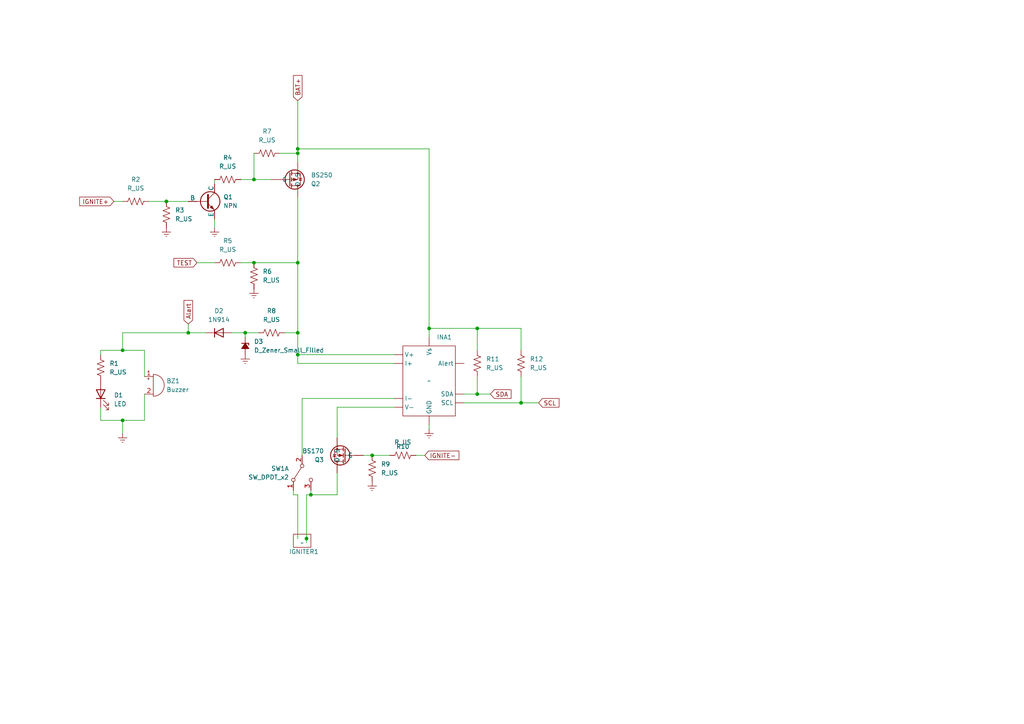
<source format=kicad_sch>
(kicad_sch (version 20230121) (generator eeschema)
  (paper "A4")
  (lib_symbols
    (symbol "Currentmeter-Voltmeter:INA226_module"
      (property "Reference" "INA226" (at 0 0 0))
      (symbol "INA226_module_0_1"
        (rectangle (start -7.62 10.16) (end 7.62 -10.16))
      )
      (symbol "INA226_module_1_1"
        (pin input line (at 10.16 5.08 180) (length 2.54) (name "Alert") (number ""))
        (pin input line (at 0 -12.7 90) (length 2.54) (name "GND") (number ""))
        (pin input line (at -10.16 5.08 0) (length 2.54) (name "I+") (number ""))
        (pin input line (at -10.16 -5.08 0) (length 2.54) (name "I-") (number ""))
        (pin input line (at 10.16 -6.35 180) (length 2.54) (name "SCL") (number ""))
        (pin input line (at 10.16 -3.81 180) (length 2.54) (name "SDA") (number ""))
        (pin input line (at -10.16 7.62 0) (length 2.54) (name "V+") (number ""))
        (pin input line (at -10.16 -7.62 0) (length 2.54) (name "V-") (number ""))
        (pin input line (at 0 12.7 270) (length 2.54) (name "Vs") (number ""))
      )
    )
    (symbol "Device:Buzzer" (pin_names (offset 0.0254) hide)
      (property "Reference" "BZ" (at 3.81 1.27 0))
      (property "Value" "Buzzer" (at 3.81 -1.27 0))
      (symbol "Buzzer_0_1"
        (arc (start 0 -3.175) (mid 3.1612 0) (end 0 3.175))
        (polyline (pts (xy -1.651 1.905) (xy -1.143 1.905)))
        (polyline (pts (xy -1.397 2.159) (xy -1.397 1.651)))
        (polyline (pts (xy 0 3.175) (xy 0 -3.175)))
      )
      (symbol "Buzzer_1_1"
        (pin passive line (at -2.54 2.54 0) (length 2.54) (name "-") (number "1"))
        (pin passive line (at -2.54 -2.54 0) (length 2.54) (name "+") (number "2"))
      )
    )
    (symbol "Device:D_Zener_Small_Filled" (pin_numbers hide) (pin_names (offset 0.254) hide)
      (property "Reference" "D" (at 0 2.286 0))
      (property "Value" "D_Zener_Small_Filled" (at 0 -2.286 0))
      (symbol "D_Zener_Small_Filled_0_1"
        (polyline (pts (xy 0.762 0) (xy -0.762 0)))
        (polyline (pts (xy -0.254 1.016) (xy -0.762 1.016) (xy -0.762 -1.016)) (stroke (width 0.254)))
        (polyline (pts (xy 0.762 1.016) (xy -0.762 0) (xy 0.762 -1.016) (xy 0.762 1.016)) (stroke (width 0.254)) (fill (type outline)))
      )
      (symbol "D_Zener_Small_Filled_1_1"
        (pin passive line (at -2.54 0 0) (length 1.778) (name "K") (number "1"))
        (pin passive line (at 2.54 0 180) (length 1.778) (name "A") (number "2"))
      )
    )
    (symbol "Device:LED" (pin_numbers hide) (pin_names (offset 1.016) hide)
      (property "Reference" "D" (at 0 2.54 0))
      (property "Value" "LED" (at 0 -2.54 0))
      (symbol "LED_0_1"
        (polyline (pts (xy -1.27 -1.27) (xy -1.27 1.27)) (stroke (width 0.254)))
        (polyline (pts (xy -1.27 0) (xy 1.27 0)))
        (polyline (pts (xy 1.27 -1.27) (xy 1.27 1.27) (xy -1.27 0) (xy 1.27 -1.27)) (stroke (width 0.254)))
        (polyline (pts (xy -3.048 -0.762) (xy -4.572 -2.286) (xy -3.81 -2.286) (xy -4.572 -2.286) (xy -4.572 -1.524)))
        (polyline (pts (xy -1.778 -0.762) (xy -3.302 -2.286) (xy -2.54 -2.286) (xy -3.302 -2.286) (xy -3.302 -1.524)))
      )
      (symbol "LED_1_1"
        (pin passive line (at -3.81 0 0) (length 2.54) (name "K") (number "1"))
        (pin passive line (at 3.81 0 180) (length 2.54) (name "A") (number "2"))
      )
    )
    (symbol "Device:R_US" (pin_numbers hide) (pin_names (offset 0))
      (property "Reference" "R" (at 2.54 0 90))
      (property "Value" "R_US" (at -2.54 0 90))
      (symbol "R_US_0_1"
        (polyline (pts (xy 0 -2.286) (xy 0 -2.54)))
        (polyline (pts (xy 0 2.286) (xy 0 2.54)))
        (polyline (pts (xy 0 -0.762) (xy 1.016 -1.143) (xy 0 -1.524) (xy -1.016 -1.905) (xy 0 -2.286)))
        (polyline (pts (xy 0 0.762) (xy 1.016 0.381) (xy 0 0) (xy -1.016 -0.381) (xy 0 -0.762)))
        (polyline (pts (xy 0 2.286) (xy 1.016 1.905) (xy 0 1.524) (xy -1.016 1.143) (xy 0 0.762)))
      )
      (symbol "R_US_1_1"
        (pin passive line (at 0 3.81 270) (length 1.27) (name "~") (number "1"))
        (pin passive line (at 0 -3.81 90) (length 1.27) (name "~") (number "2"))
      )
    )
    (symbol "Diode:1N914" (pin_numbers hide) (pin_names hide)
      (property "Reference" "D" (at 0 2.54 0))
      (property "Value" "1N914" (at 0 -2.54 0))
      (symbol "1N914_0_1"
        (polyline (pts (xy -1.27 1.27) (xy -1.27 -1.27)) (stroke (width 0.254)))
        (polyline (pts (xy 1.27 0) (xy -1.27 0)))
        (polyline (pts (xy 1.27 1.27) (xy 1.27 -1.27) (xy -1.27 0) (xy 1.27 1.27)) (stroke (width 0.254)))
      )
      (symbol "1N914_1_1"
        (pin passive line (at -3.81 0 0) (length 2.54) (name "K") (number "1"))
        (pin passive line (at 3.81 0 180) (length 2.54) (name "A") (number "2"))
      )
    )
    (symbol "Simulation_SPICE:NPN" (pin_numbers hide) (pin_names (offset 0))
      (property "Reference" "Q" (at -2.54 7.62 0))
      (property "Value" "NPN" (at -2.54 5.08 0))
      (symbol "NPN_0_1"
        (polyline (pts (xy -2.54 0) (xy 0.635 0)) (stroke (width 0.1524)))
        (polyline (pts (xy 0.635 0.635) (xy 2.54 2.54)))
        (polyline (pts (xy 2.794 -1.27) (xy 2.794 -1.27)) (stroke (width 0.1524)))
        (polyline (pts (xy 2.794 -1.27) (xy 2.794 -1.27)) (stroke (width 0.1524)))
        (polyline (pts (xy 0.635 -0.635) (xy 2.54 -2.54) (xy 2.54 -2.54)))
        (polyline (pts (xy 0.635 1.905) (xy 0.635 -1.905) (xy 0.635 -1.905)) (stroke (width 0.508)))
        (polyline (pts (xy 1.27 -1.778) (xy 1.778 -1.27) (xy 2.286 -2.286) (xy 1.27 -1.778) (xy 1.27 -1.778)) (fill (type outline)))
        (circle (center 1.27 0) (radius 2.8194) (stroke (width 0.254)))
      )
      (symbol "NPN_1_1"
        (pin open_collector line (at 2.54 5.08 270) (length 2.54) (name "C") (number "1"))
        (pin input line (at -5.08 0 0) (length 2.54) (name "B") (number "2"))
        (pin open_emitter line (at 2.54 -5.08 90) (length 2.54) (name "E") (number "3"))
      )
    )
    (symbol "SingleIgniter_1"
      (property "Reference" "Ig" (at 0 0 0))
      (symbol "SingleIgniter_1_0_1"
        (rectangle (start -2.54 2.54) (end 2.54 -1.27))
      )
      (symbol "SingleIgniter_1_1_1"
        (pin input line (at -1.27 1.27 90) (length 0) (name "") (number ""))
        (pin input line (at 1.27 1.27 90) (length 0) (name "") (number ""))
      )
    )
    (symbol "Switch:SW_DPDT_x2" (pin_names (offset 0) hide)
      (property "Reference" "SW" (at 0 4.318 0))
      (property "Value" "SW_DPDT_x2" (at 0 -5.08 0))
      (symbol "SW_DPDT_x2_0_0"
        (circle (center -2.032 0) (radius 0.508))
        (circle (center 2.032 -2.54) (radius 0.508))
      )
      (symbol "SW_DPDT_x2_0_1"
        (polyline (pts (xy -1.524 0.254) (xy 1.651 2.286)))
        (circle (center 2.032 2.54) (radius 0.508))
      )
      (symbol "SW_DPDT_x2_1_1"
        (pin passive line (at 5.08 2.54 180) (length 2.54) (name "A") (number "1"))
        (pin passive line (at -5.08 0 0) (length 2.54) (name "B") (number "2"))
        (pin passive line (at 5.08 -2.54 180) (length 2.54) (name "C") (number "3"))
      )
      (symbol "SW_DPDT_x2_2_1"
        (pin passive line (at 5.08 2.54 180) (length 2.54) (name "A") (number "4"))
        (pin passive line (at -5.08 0 0) (length 2.54) (name "B") (number "5"))
        (pin passive line (at 5.08 -2.54 180) (length 2.54) (name "C") (number "6"))
      )
    )
    (symbol "Transistor_FET:BS170" (pin_numbers hide)
      (property "Reference" "Q" (at 5.08 1.905 0))
      (property "Value" "BS170" (at 5.08 0 0))
      (symbol "BS170_0_1"
        (polyline (pts (xy 0.254 0) (xy -2.54 0)))
        (polyline (pts (xy 0.254 1.905) (xy 0.254 -1.905)) (stroke (width 0.254)))
        (polyline (pts (xy 0.762 -1.27) (xy 0.762 -2.286)) (stroke (width 0.254)))
        (polyline (pts (xy 0.762 0.508) (xy 0.762 -0.508)) (stroke (width 0.254)))
        (polyline (pts (xy 0.762 2.286) (xy 0.762 1.27)) (stroke (width 0.254)))
        (polyline (pts (xy 2.54 2.54) (xy 2.54 1.778)))
        (polyline (pts (xy 2.54 -2.54) (xy 2.54 0) (xy 0.762 0)))
        (polyline (pts (xy 0.762 -1.778) (xy 3.302 -1.778) (xy 3.302 1.778) (xy 0.762 1.778)))
        (polyline (pts (xy 1.016 0) (xy 2.032 0.381) (xy 2.032 -0.381) (xy 1.016 0)) (fill (type outline)))
        (polyline (pts (xy 2.794 0.508) (xy 2.921 0.381) (xy 3.683 0.381) (xy 3.81 0.254)))
        (polyline (pts (xy 3.302 0.381) (xy 2.921 -0.254) (xy 3.683 -0.254) (xy 3.302 0.381)))
        (circle (center 1.651 0) (radius 2.794) (stroke (width 0.254)))
        (circle (center 2.54 -1.778) (radius 0.254) (fill (type outline)))
        (circle (center 2.54 1.778) (radius 0.254) (fill (type outline)))
      )
      (symbol "BS170_1_1"
        (pin passive line (at 2.54 5.08 270) (length 2.54) (name "D") (number "1"))
        (pin input line (at -5.08 0 0) (length 2.54) (name "G") (number "2"))
        (pin passive line (at 2.54 -5.08 90) (length 2.54) (name "S") (number "3"))
      )
    )
    (symbol "Transistor_FET:BS250" (pin_numbers hide)
      (property "Reference" "Q" (at 5.08 1.905 0))
      (property "Value" "BS250" (at 5.08 0 0))
      (symbol "BS250_0_1"
        (polyline (pts (xy 0.254 0) (xy -2.54 0)))
        (polyline (pts (xy 0.254 1.905) (xy 0.254 -1.905)) (stroke (width 0.254)))
        (polyline (pts (xy 0.762 -1.27) (xy 0.762 -2.286)) (stroke (width 0.254)))
        (polyline (pts (xy 0.762 0.508) (xy 0.762 -0.508)) (stroke (width 0.254)))
        (polyline (pts (xy 0.762 2.286) (xy 0.762 1.27)) (stroke (width 0.254)))
        (polyline (pts (xy 2.54 2.54) (xy 2.54 1.778)))
        (polyline (pts (xy 2.54 -2.54) (xy 2.54 0) (xy 0.762 0)))
        (polyline (pts (xy 0.762 1.778) (xy 3.302 1.778) (xy 3.302 -1.778) (xy 0.762 -1.778)))
        (polyline (pts (xy 2.286 0) (xy 1.27 0.381) (xy 1.27 -0.381) (xy 2.286 0)) (fill (type outline)))
        (polyline (pts (xy 2.794 -0.508) (xy 2.921 -0.381) (xy 3.683 -0.381) (xy 3.81 -0.254)))
        (polyline (pts (xy 3.302 -0.381) (xy 2.921 0.254) (xy 3.683 0.254) (xy 3.302 -0.381)))
        (circle (center 1.651 0) (radius 2.794) (stroke (width 0.254)))
        (circle (center 2.54 -1.778) (radius 0.254) (fill (type outline)))
        (circle (center 2.54 1.778) (radius 0.254) (fill (type outline)))
      )
      (symbol "BS250_1_1"
        (pin passive line (at 2.54 5.08 270) (length 2.54) (name "D") (number "1"))
        (pin input line (at -5.08 0 0) (length 2.54) (name "G") (number "2"))
        (pin passive line (at 2.54 -5.08 90) (length 2.54) (name "S") (number "3"))
      )
    )
    (symbol "power:Earth" (power) (pin_names (offset 0))
      (symbol "Earth_0_1"
        (polyline (pts (xy -0.635 -1.905) (xy 0.635 -1.905)))
        (polyline (pts (xy -0.127 -2.54) (xy 0.127 -2.54)))
        (polyline (pts (xy 0 -1.27) (xy 0 0)))
        (polyline (pts (xy 1.27 -1.27) (xy -1.27 -1.27)))
      )
      (symbol "Earth_1_1"
        (pin power_in line (at 0 0 270) (length 0) hide (name "Earth") (number "1"))
      )
    )
  )
  (junction (at 151.13 116.84))
  (junction (at 48.26 58.42))
  (junction (at 86.36 102.87))
  (junction (at 107.95 132.08))
  (junction (at 88.9 156.21))
  (junction (at 124.46 95.25))
  (junction (at 86.36 76.2))
  (junction (at 138.43 114.3))
  (junction (at 73.66 76.2))
  (junction (at 138.43 95.25))
  (junction (at 35.56 121.92))
  (junction (at 35.56 101.6))
  (junction (at 86.36 43.18))
  (junction (at 71.12 96.52))
  (junction (at 86.36 44.45))
  (junction (at 90.17 143.51))
  (junction (at 86.36 96.52))
  (junction (at 54.61 96.52))
  (junction (at 73.66 52.07))
  (wire (pts (xy 97.79 127) (xy 97.79 118.11)))
  (wire (pts (xy 87.63 115.57) (xy 87.63 132.08)))
  (wire (pts (xy 81.28 44.45) (xy 86.36 44.45)))
  (wire (pts (xy 57.15 76.2) (xy 62.23 76.2)))
  (wire (pts (xy 35.56 121.92) (xy 35.56 125.73)))
  (wire (pts (xy 54.61 93.98) (xy 54.61 96.52)))
  (wire (pts (xy 124.46 43.18) (xy 124.46 95.25)))
  (wire (pts (xy 88.9 157.48) (xy 88.9 156.21)))
  (wire (pts (xy 86.36 143.51) (xy 86.36 156.21)))
  (wire (pts (xy 69.85 52.07) (xy 73.66 52.07)))
  (wire (pts (xy 86.36 105.41) (xy 86.36 102.87)))
  (wire (pts (xy 35.56 101.6) (xy 29.21 101.6)))
  (wire (pts (xy 124.46 95.25) (xy 138.43 95.25)))
  (wire (pts (xy 138.43 114.3) (xy 142.24 114.3)))
  (wire (pts (xy 86.36 43.18) (xy 86.36 44.45)))
  (wire (pts (xy 73.66 76.2) (xy 86.36 76.2)))
  (wire (pts (xy 33.02 58.42) (xy 35.56 58.42)))
  (wire (pts (xy 97.79 143.51) (xy 90.17 143.51)))
  (wire (pts (xy 43.18 58.42) (xy 48.26 58.42)))
  (wire (pts (xy 48.26 58.42) (xy 54.61 58.42)))
  (wire (pts (xy 29.21 118.11) (xy 29.21 121.92)))
  (wire (pts (xy 86.36 57.15) (xy 86.36 76.2)))
  (wire (pts (xy 86.36 76.2) (xy 86.36 96.52)))
  (wire (pts (xy 86.36 96.52) (xy 86.36 102.87)))
  (wire (pts (xy 29.21 101.6) (xy 29.21 102.87)))
  (wire (pts (xy 35.56 121.92) (xy 29.21 121.92)))
  (wire (pts (xy 71.12 96.52) (xy 74.93 96.52)))
  (wire (pts (xy 73.66 52.07) (xy 78.74 52.07)))
  (wire (pts (xy 59.69 96.52) (xy 54.61 96.52)))
  (wire (pts (xy 120.65 132.08) (xy 123.19 132.08)))
  (wire (pts (xy 90.17 143.51) (xy 88.9 143.51)))
  (wire (pts (xy 124.46 95.25) (xy 124.46 97.79)))
  (wire (pts (xy 67.31 96.52) (xy 71.12 96.52)))
  (wire (pts (xy 85.09 143.51) (xy 85.09 142.24)))
  (wire (pts (xy 62.23 63.5) (xy 62.23 66.04)))
  (wire (pts (xy 134.62 114.3) (xy 138.43 114.3)))
  (wire (pts (xy 82.55 96.52) (xy 86.36 96.52)))
  (wire (pts (xy 54.61 96.52) (xy 35.56 96.52)))
  (wire (pts (xy 88.9 143.51) (xy 88.9 156.21)))
  (wire (pts (xy 86.36 29.21) (xy 86.36 43.18)))
  (wire (pts (xy 41.91 114.3) (xy 41.91 121.92)))
  (wire (pts (xy 35.56 101.6) (xy 41.91 101.6)))
  (wire (pts (xy 124.46 43.18) (xy 86.36 43.18)))
  (wire (pts (xy 124.46 123.19) (xy 124.46 124.46)))
  (wire (pts (xy 69.85 76.2) (xy 73.66 76.2)))
  (wire (pts (xy 113.03 132.08) (xy 107.95 132.08)))
  (wire (pts (xy 73.66 44.45) (xy 73.66 52.07)))
  (wire (pts (xy 97.79 118.11) (xy 114.3 118.11)))
  (wire (pts (xy 138.43 101.6) (xy 138.43 95.25)))
  (wire (pts (xy 151.13 101.6) (xy 151.13 95.25)))
  (wire (pts (xy 41.91 101.6) (xy 41.91 109.22)))
  (wire (pts (xy 90.17 143.51) (xy 90.17 142.24)))
  (wire (pts (xy 85.09 143.51) (xy 86.36 143.51)))
  (wire (pts (xy 41.91 121.92) (xy 35.56 121.92)))
  (wire (pts (xy 138.43 95.25) (xy 151.13 95.25)))
  (wire (pts (xy 151.13 116.84) (xy 156.21 116.84)))
  (wire (pts (xy 71.12 96.52) (xy 71.12 97.79)))
  (wire (pts (xy 151.13 109.22) (xy 151.13 116.84)))
  (wire (pts (xy 62.23 52.07) (xy 62.23 53.34)))
  (wire (pts (xy 107.95 132.08) (xy 105.41 132.08)))
  (wire (pts (xy 86.36 44.45) (xy 86.36 46.99)))
  (wire (pts (xy 97.79 137.16) (xy 97.79 143.51)))
  (wire (pts (xy 134.62 116.84) (xy 151.13 116.84)))
  (wire (pts (xy 138.43 109.22) (xy 138.43 114.3)))
  (wire (pts (xy 114.3 115.57) (xy 87.63 115.57)))
  (wire (pts (xy 114.3 105.41) (xy 86.36 105.41)))
  (wire (pts (xy 35.56 96.52) (xy 35.56 101.6)))
  (wire (pts (xy 86.36 102.87) (xy 114.3 102.87)))
  (global_label "SDA" (shape input) (at 142.24 114.3 0) (property "Intersheetrefs" "${INTERSHEET_REFS}" (effects hide)))
  (global_label "TEST" (shape input) (at 57.15 76.2 180) (property "Intersheetrefs" "${INTERSHEET_REFS}" (effects hide)))
  (global_label "SCL" (shape input) (at 156.21 116.84 0) (property "Intersheetrefs" "${INTERSHEET_REFS}" (effects hide)))
  (global_label "BAT+" (shape input) (at 86.36 29.21 90) (property "Intersheetrefs" "${INTERSHEET_REFS}" (effects hide)))
  (global_label "IGNITE-" (shape input) (at 123.19 132.08 0) (property "Intersheetrefs" "${INTERSHEET_REFS}" (effects hide)))
  (global_label "Alart" (shape input) (at 54.61 93.98 90) (property "Intersheetrefs" "${INTERSHEET_REFS}" (effects hide)))
  (global_label "IGNITE+" (shape input) (at 33.02 58.42 180) (property "Intersheetrefs" "${INTERSHEET_REFS}" (effects hide)))
  (symbol (lib_id "Currentmeter-Voltmeter:INA226_module") (at 124.46 110.49 0) (unit 1)
    (property "Reference" "INA1" (at 126.6541 97.79 0) (effects (justify left)))
    (property "Value" "~" (at 124.46 110.49 0))
  )
  (symbol (lib_id "power:Earth") (at 73.66 83.82 0) (unit 1)
    (property "Reference" "#PWR05" (effects hide))
    (property "Value" "Earth" (effects hide))
  )
  (symbol (lib_id "Device:R_US") (at 73.66 80.01 0) (unit 1)
    (property "Reference" "R6" (at 76.2 78.74 0) (effects (justify left)))
    (property "Value" "R_US" (at 76.2 81.28 0) (effects (justify left)))
  )
  (symbol (lib_id "Device:R_US") (at 66.04 52.07 270) (unit 1)
    (property "Reference" "R4" (at 66.04 45.72 90))
    (property "Value" "R_US" (at 66.04 48.26 90))
  )
  (symbol (lib_id "Device:R_US") (at 78.74 96.52 270) (unit 1)
    (property "Reference" "R8" (at 78.74 90.17 90))
    (property "Value" "R_US" (at 78.74 92.71 90))
  )
  (symbol (lib_id "power:Earth") (at 71.12 102.87 0) (unit 1)
    (property "Reference" "#PWR04" (effects hide))
    (property "Value" "Earth" (effects hide))
  )
  (symbol (lib_id "Simulation_SPICE:NPN") (at 59.69 58.42 0) (unit 1)
    (property "Reference" "Q1" (at 64.77 57.15 0) (effects (justify left)))
    (property "Value" "NPN" (at 64.77 59.69 0) (effects (justify left)))
    (property "Sim.Device" "NPN" (effects hide))
    (property "Sim.Type" "GUMMELPOON" (effects hide))
    (property "Sim.Pins" "1=C 2=B 3=E" (effects hide))
  )
  (symbol (lib_name "SingleIgniter_1") (lib_id "Modelrocket Igniter:SingleIgniter") (at 87.63 157.48 0) (unit 1)
    (property "Reference" "IGNITER1" (at 83.82 160.02 0) (effects (justify left)))
    (property "Value" "~" (at 87.63 157.48 0))
  )
  (symbol (lib_id "Device:D_Zener_Small_Filled") (at 71.12 100.33 270) (unit 1)
    (property "Reference" "D3" (at 73.66 99.06 90) (effects (justify left)))
    (property "Value" "D_Zener_Small_Filled" (at 73.66 101.6 90) (effects (justify left)))
  )
  (symbol (lib_id "power:Earth") (at 124.46 124.46 0) (unit 1)
    (property "Reference" "#PWR07" (effects hide))
    (property "Value" "Earth" (effects hide))
  )
  (symbol (lib_id "Transistor_FET:BS250") (at 83.82 52.07 0) (mirror x) (unit 1)
    (property "Reference" "Q2" (at 90.17 53.34 0) (effects (justify left)))
    (property "Value" "BS250" (at 90.17 50.8 0) (effects (justify left)))
    (property "Footprint" "Package_TO_SOT_THT:TO-92_Inline" (effects hide))
    (property "Datasheet" "http://www.vishay.com/docs/70209/70209.pdf" (effects hide))
  )
  (symbol (lib_id "power:Earth") (at 107.95 139.7 0) (unit 1)
    (property "Reference" "#PWR06" (effects hide))
    (property "Value" "Earth" (effects hide))
  )
  (symbol (lib_id "Diode:1N914") (at 63.5 96.52 0) (unit 1)
    (property "Reference" "D2" (at 63.5 90.17 0))
    (property "Value" "1N914" (at 63.5 92.71 0))
    (property "Footprint" "Diode_THT:D_DO-35_SOD27_P7.62mm_Horizontal" (effects hide))
    (property "Datasheet" "http://www.vishay.com/docs/85622/1n914.pdf" (effects hide))
    (property "Sim.Device" "D" (effects hide))
    (property "Sim.Pins" "1=K 2=A" (effects hide))
  )
  (symbol (lib_id "Device:R_US") (at 48.26 62.23 180) (unit 1)
    (property "Reference" "R3" (at 50.8 60.96 0) (effects (justify right)))
    (property "Value" "R_US" (at 50.8 63.5 0) (effects (justify right)))
  )
  (symbol (lib_id "Device:R_US") (at 77.47 44.45 270) (unit 1)
    (property "Reference" "R7" (at 77.47 38.1 90))
    (property "Value" "R_US" (at 77.47 40.64 90))
  )
  (symbol (lib_id "Switch:SW_DPDT_x2") (at 87.63 137.16 90) (mirror x) (unit 1)
    (property "Reference" "SW1" (at 83.82 135.89 90) (effects (justify left)))
    (property "Value" "SW_DPDT_x2" (at 83.82 138.43 90) (effects (justify left)))
  )
  (symbol (lib_id "Device:Buzzer") (at 44.45 111.76 0) (unit 1)
    (property "Reference" "BZ1" (at 48.26 110.49 0) (effects (justify left)))
    (property "Value" "Buzzer" (at 48.26 113.03 0) (effects (justify left)))
  )
  (symbol (lib_id "Device:R_US") (at 39.37 58.42 270) (unit 1)
    (property "Reference" "R2" (at 39.37 52.07 90))
    (property "Value" "R_US" (at 39.37 54.61 90))
  )
  (symbol (lib_id "Device:R_US") (at 107.95 135.89 180) (unit 1)
    (property "Reference" "R9" (at 110.49 134.62 0) (effects (justify right)))
    (property "Value" "R_US" (at 110.49 137.16 0) (effects (justify right)))
  )
  (symbol (lib_id "Device:R_US") (at 29.21 106.68 180) (unit 1)
    (property "Reference" "R1" (at 31.75 105.41 0) (effects (justify right)))
    (property "Value" "R_US" (at 31.75 107.95 0) (effects (justify right)))
  )
  (symbol (lib_id "Device:R_US") (at 116.84 132.08 270) (unit 1)
    (property "Reference" "R10" (at 116.84 129.54 90))
    (property "Value" "R_US" (at 116.84 128.27 90))
  )
  (symbol (lib_id "Transistor_FET:BS170") (at 100.33 132.08 180) (unit 1)
    (property "Reference" "Q3" (at 93.98 133.35 0) (effects (justify left)))
    (property "Value" "BS170" (at 93.98 130.81 0) (effects (justify left)))
    (property "Footprint" "Package_TO_SOT_THT:TO-92_Inline" (effects hide))
    (property "Datasheet" "https://www.onsemi.com/pub/Collateral/BS170-D.PDF" (effects hide))
  )
  (symbol (lib_id "Device:R_US") (at 138.43 105.41 0) (unit 1)
    (property "Reference" "R11" (at 140.97 104.14 0) (effects (justify left)))
    (property "Value" "R_US" (at 140.97 106.68 0) (effects (justify left)))
  )
  (symbol (lib_id "Device:LED") (at 29.21 114.3 90) (unit 1)
    (property "Reference" "D1" (at 33.02 114.6175 90) (effects (justify right)))
    (property "Value" "LED" (at 33.02 117.1575 90) (effects (justify right)))
  )
  (symbol (lib_id "power:Earth") (at 48.26 66.04 0) (unit 1)
    (property "Reference" "#PWR02" (effects hide))
    (property "Value" "Earth" (effects hide))
  )
  (symbol (lib_id "power:Earth") (at 35.56 125.73 0) (unit 1)
    (property "Reference" "#PWR01" (effects hide))
    (property "Value" "Earth" (effects hide))
  )
  (symbol (lib_id "power:Earth") (at 62.23 66.04 0) (unit 1)
    (property "Reference" "#PWR03" (effects hide))
    (property "Value" "Earth" (effects hide))
  )
  (symbol (lib_id "Device:R_US") (at 151.13 105.41 0) (unit 1)
    (property "Reference" "R12" (at 153.67 104.14 0) (effects (justify left)))
    (property "Value" "R_US" (at 153.67 106.68 0) (effects (justify left)))
  )
  (symbol (lib_id "Device:R_US") (at 66.04 76.2 270) (unit 1)
    (property "Reference" "R5" (at 66.04 69.85 90))
    (property "Value" "R_US" (at 66.04 72.39 90))
  )
)
</source>
